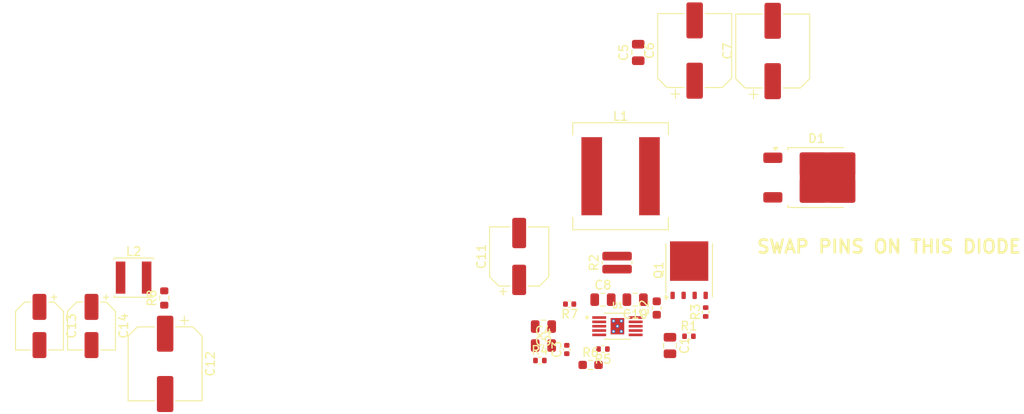
<source format=kicad_pcb>
(kicad_pcb (version 20240108) (generator "pcbnew") (generator_version "8.0")
  (layers (0 "F.Cu" signal) (31 "B.Cu" signal) (34 "B.Paste" user) (35 "F.Paste" user) (36 "B.SilkS" user "B.Silkscreen") (37 "F.SilkS" user "F.Silkscreen") (38 "B.Mask" user) (39 "F.Mask" user) (44 "Edge.Cuts" user))
  (net 0 "")
  (net 1 "Net-(U1-ISNS)")
  (net 2 "GND")
  (net 3 "Net-(U1-BP)")
  (net 4 "Net-(U1-FB)")
  (net 5 "Net-(U1-COMP)")
  (net 6 "Net-(C4-Pad1)")
  (net 7 "+24V")
  (net 8 "Net-(U1-SS)")
  (net 9 "Net-(U1-RC)")
  (net 10 "Net-(U1-VDD)")
  (net 11 "Net-(C12-Pad1)")
  (net 12 "+12V")
  (net 13 "Net-(D1-A)")
  (net 14 "Net-(Q1-S-Pad1)")
  (net 15 "Net-(Q1-G)")
  (net 16 "Net-(U1-GDRV)")
  (footprint "TPS40210:IC_XTR111AIDGQR" (layer "F.Cu") (at 225.5448 122.1328)
    (property "Reference" "U1" (at 0.032 -2.4064 0) (layer "F.SilkS") (effects (font (size 0.64 0.64))))
    (property "Value" "TPS40210DGQRG4")
    (fp_line (start -1.5 1.5) (end 1.5 1.5) (stroke (width 0.127)) (layer "F.SilkS"))
    (fp_line (start 1.5 -1.5) (end -1.5 -1.5) (stroke (width 0.127)) (layer "F.SilkS"))
    (fp_circle (center -3.5 -1) (end -3.4 -1) (stroke (width 0.2)) (fill none) (layer "F.SilkS"))
    (pad "1" smd rect (at -2.1 -1) (size 1.6 0.3) (layers "F.Cu") (net 9 "Net-(U1-RC)"))
    (pad "2" smd rect (at -2.1 -0.5) (size 1.6 0.3) (layers "F.Cu") (net 8 "Net-(U1-SS)"))
    (pad "3" smd rect (at -2.1 0) (size 1.6 0.3) (layers "F.Cu"))
    (pad "4" smd rect (at -2.1 0.5) (size 1.6 0.3) (layers "F.Cu") (net 5 "Net-(U1-COMP)"))
    (pad "5" smd rect (at -2.1 1) (size 1.6 0.3) (layers "F.Cu") (net 4 "Net-(U1-FB)"))
    (pad "6" smd rect (at 2.1 1) (size 1.6 0.3) (layers "F.Cu") (net 2 "GND"))
    (pad "7" smd rect (at 2.1 0.5) (size 1.6 0.3) (layers "F.Cu") (net 1 "Net-(U1-ISNS)"))
    (pad "8" smd rect (at 2.1 0) (size 1.6 0.3) (layers "F.Cu") (net 16 "Net-(U1-GDRV)"))
    (pad "9" smd rect (at 2.1 -0.5) (size 1.6 0.3) (layers "F.Cu") (net 3 "Net-(U1-BP)"))
    (pad "10" smd rect (at 2.1 -1) (size 1.6 0.3) (layers "F.Cu") (net 10 "Net-(U1-VDD)"))
    (pad "11" smd rect (at 0 0) (size 1.57 1.88) (layers "F.Cu" "F.Paste" "F.Mask") (net 2 "GND"))
    (pad "12" thru_hole circle (at -0.45 -0.6) (size 0.4 0.4) (drill 0.2) (layers "*.Cu"))
    (pad "13" thru_hole circle (at 0.45 -0.6) (size 0.4 0.4) (drill 0.2) (layers "*.Cu"))
    (pad "14" thru_hole circle (at 0 0) (size 0.4 0.4) (drill 0.2) (layers "*.Cu"))
    (pad "15" thru_hole circle (at -0.45 0.6) (size 0.4 0.4) (drill 0.2) (layers "*.Cu"))
    (pad "16" thru_hole circle (at 0.45 0.6) (size 0.4 0.4) (drill 0.2) (layers "*.Cu"))
  )
  (footprint "Resistor_SMD:R_0603_1608Metric_Pad0.98x0.95mm_HandSolder" (layer "F.Cu") (at 222.4532 126.5936)
    (property "Reference" "R6" (at 0 -1.43 360) (layer "F.SilkS"))
    (property "Value" "47kOhm")
    (fp_line (start -0.254724 -0.5225) (end 0.254724 -0.5225) (stroke (width 0.12)) (layer "F.SilkS"))
    (fp_line (start -0.254724 0.5225) (end 0.254724 0.5225) (stroke (width 0.12)) (layer "F.SilkS"))
    (pad "1" smd roundrect (at -0.9125 0) (size 0.975 0.95) (layers "F.Cu" "F.Paste" "F.Mask") (net 7 "+24V"))
    (pad "2" smd roundrect (at 0.9125 0) (size 0.975 0.95) (layers "F.Cu" "F.Paste" "F.Mask") (net 4 "Net-(U1-FB)"))
  )
  (footprint "Resistor_SMD:R_0402_1005Metric" (layer "F.Cu") (at 235.712 120.4996 90)
    (property "Reference" "R3" (at 0 -1.17 90) (layer "F.SilkS"))
    (property "Value" "14Ohm")
    (fp_line (start -0.153641 -0.38) (end 0.153641 -0.38) (stroke (width 0.12)) (layer "F.SilkS"))
    (fp_line (start -0.153641 0.38) (end 0.153641 0.38) (stroke (width 0.12)) (layer "F.SilkS"))
    (pad "1" smd roundrect (at -0.51 0 90) (size 0.54 0.64) (layers "F.Cu" "F.Paste" "F.Mask") (net 16 "Net-(U1-GDRV)"))
    (pad "2" smd roundrect (at 0.51 0 90) (size 0.54 0.64) (layers "F.Cu" "F.Paste" "F.Mask") (net 15 "Net-(Q1-G)"))
  )
  (footprint "Package_TO_SOT_SMD:TO-252-2" (layer "F.Cu") (at 248.49 105.0061)
    (property "Reference" "D1" (at 0 -4.5 0) (layer "F.SilkS"))
    (property "Value" "D_Schottky")
    (fp_line (start -3.31 -3.45) (end -3.31 -3.18) (stroke (width 0.12)) (layer "F.SilkS"))
    (fp_line (start -3.31 3.45) (end -3.31 3.18) (stroke (width 0.12)) (layer "F.SilkS"))
    (fp_line (start 3.11 -3.45) (end -3.31 -3.45) (stroke (width 0.12)) (layer "F.SilkS"))
    (fp_line (start 3.11 3.45) (end -3.31 3.45) (stroke (width 0.12)) (layer "F.SilkS"))
    (fp_poly (pts (xy -4.73 -3.14) (xy -4.97 -3.47) (xy -4.49 -3.47) (xy -4.73 -3.14)) (stroke (width 0.12)) (fill solid) (layer "F.SilkS"))
    (pad "1" smd roundrect (at -5.04 -2.28) (size 2.2 1.2) (layers "F.Cu" "F.Paste" "F.Mask") (roundrect_rratio 0.208333) (net 7 "+24V"))
    (pad "2" smd roundrect (at -0.415 -1.525) (size 3.05 2.75) (layers "F.Cu" "F.Paste") (roundrect_rratio 0.090909) (net 13 "Net-(D1-A)"))
    (pad "2" smd roundrect (at -0.415 1.525) (size 3.05 2.75) (layers "F.Cu" "F.Paste") (roundrect_rratio 0.090909) (net 13 "Net-(D1-A)"))
    (pad "2" smd roundrect (at 1.26 0) (size 6.4 5.8) (layers "F.Cu" "F.Mask") (roundrect_rratio 0.043103) (net 13 "Net-(D1-A)"))
    (pad "2" smd roundrect (at 2.935 -1.525) (size 3.05 2.75) (layers "F.Cu" "F.Paste") (roundrect_rratio 0.090909) (net 13 "Net-(D1-A)"))
    (pad "2" smd roundrect (at 2.935 1.525) (size 3.05 2.75) (layers "F.Cu" "F.Paste") (roundrect_rratio 0.090909) (net 13 "Net-(D1-A)"))
    (pad "3" smd roundrect (at -5.04 2.28) (size 2.2 1.2) (layers "F.Cu" "F.Paste" "F.Mask") (roundrect_rratio 0.208333))
  )
  (footprint "Inductor_SMD:L_Changjiang_FNR4012S" (layer "F.Cu") (at 169.7976 116.5352)
    (property "Reference" "L2" (at 0 -3 0) (layer "F.SilkS"))
    (property "Value" "120nH")
    (fp_line (start -2.26 -2.26) (end -2.26 -2.11) (stroke (width 0.12)) (layer "F.SilkS"))
    (fp_line (start -2.26 -2.26) (end 2.26 -2.26) (stroke (width 0.12)) (layer "F.SilkS"))
    (fp_line (start -2.26 2.26) (end -2.26 2.11) (stroke (width 0.12)) (layer "F.SilkS"))
    (fp_line (start -2.26 2.26) (end 2.26 2.26) (stroke (width 0.12)) (layer "F.SilkS"))
    (fp_line (start 2.26 -2.26) (end 2.26 -2.11) (stroke (width 0.12)) (layer "F.SilkS"))
    (fp_line (start 2.26 2.26) (end 2.26 2.11) (stroke (width 0.12)) (layer "F.SilkS"))
    (pad "1" smd rect (at -1.5 0) (size 1.1 3.7) (layers "F.Cu" "F.Paste" "F.Mask") (net 12 "+12V"))
    (pad "2" smd rect (at 1.5 0) (size 1.1 3.7) (layers "F.Cu" "F.Paste" "F.Mask") (net 10 "Net-(U1-VDD)"))
  )
  (footprint "Capacitor_SMD:C_0402_1005Metric" (layer "F.Cu") (at 220.0376 119.5832 180)
    (property "Reference" "R7" (at 0 -1.16 360) (layer "F.SilkS"))
    (property "Value" "357kOhm")
    (fp_line (start -0.107836 0.36) (end 0.107836 0.36) (stroke (width 0.12)) (layer "F.SilkS"))
    (fp_line (start -0.107836 -0.36) (end 0.107836 -0.36) (stroke (width 0.12)) (layer "F.SilkS"))
    (pad "1" smd roundrect (at -0.48 0 180) (size 0.56 0.62) (layers "F.Cu" "F.Paste" "F.Mask") (net 9 "Net-(U1-RC)"))
    (pad "2" smd roundrect (at 0.48 0 180) (size 0.56 0.62) (layers "F.Cu" "F.Paste" "F.Mask") (net 10 "Net-(U1-VDD)"))
  )
  (footprint "Resistor_SMD:R_0402_1005Metric" (layer "F.Cu") (at 223.8756 124.7648 180)
    (property "Reference" "R5" (at 0 -1.17 360) (layer "F.SilkS"))
    (property "Value" "511Ohm")
    (fp_line (start -0.153641 0.38) (end 0.153641 0.38) (stroke (width 0.12)) (layer "F.SilkS"))
    (fp_line (start -0.153641 -0.38) (end 0.153641 -0.38) (stroke (width 0.12)) (layer "F.SilkS"))
    (pad "1" smd roundrect (at -0.51 0 180) (size 0.54 0.64) (layers "F.Cu" "F.Paste" "F.Mask") (net 2 "GND"))
    (pad "2" smd roundrect (at 0.51 0 180) (size 0.54 0.64) (layers "F.Cu" "F.Paste" "F.Mask") (net 4 "Net-(U1-FB)"))
  )
  (footprint "Capacitor_SMD:C_0805_2012Metric" (layer "F.Cu") (at 217.0176 122.174 180)
    (property "Reference" "C9" (at 0 -1.68 360) (layer "F.SilkS"))
    (property "Value" "22nF")
    (fp_line (start -0.261252 0.735) (end 0.261252 0.735) (stroke (width 0.12)) (layer "F.SilkS"))
    (fp_line (start -0.261252 -0.735) (end 0.261252 -0.735) (stroke (width 0.12)) (layer "F.SilkS"))
    (pad "1" smd roundrect (at -0.95 0 180) (size 1 1.45) (layers "F.Cu" "F.Paste" "F.Mask") (net 9 "Net-(U1-RC)"))
    (pad "2" smd roundrect (at 0.95 0 180) (size 1 1.45) (layers "F.Cu" "F.Paste" "F.Mask") (net 2 "GND"))
  )
  (footprint "Inductor_SMD:L_Coilcraft_XAL1010-XXX" (layer "F.Cu") (at 225.9076 104.8512)
    (property "Reference" "L1" (at 0 -6.9 360) (layer "F.SilkS"))
    (property "Value" "6.8uH")
    (fp_line (start -5.51 -6.16) (end -5.51 -4.76) (stroke (width 0.12)) (layer "F.SilkS"))
    (fp_line (start -5.51 -6.16) (end 5.51 -6.16) (stroke (width 0.12)) (layer "F.SilkS"))
    (fp_line (start -5.51 6.16) (end -5.51 4.76) (stroke (width 0.12)) (layer "F.SilkS"))
    (fp_line (start -5.51 6.16) (end 5.51 6.16) (stroke (width 0.12)) (layer "F.SilkS"))
    (fp_line (start 5.51 -6.16) (end 5.51 -4.76) (stroke (width 0.12)) (layer "F.SilkS"))
    (fp_line (start 5.51 6.16) (end 5.51 4.76) (stroke (width 0.12)) (layer "F.SilkS"))
    (pad "1" smd rect (at -3.325 0) (size 2.38 9) (layers "F.Cu" "F.Paste" "F.Mask") (net 10 "Net-(U1-VDD)"))
    (pad "2" smd rect (at 3.325 0) (size 2.38 9) (layers "F.Cu" "F.Paste" "F.Mask") (net 13 "Net-(D1-A)"))
  )
  (footprint "Resistor_SMD:R_0402_1005Metric" (layer "F.Cu") (at 233.7836 123.2916)
    (property "Reference" "R1" (at 0 -1.17 360) (layer "F.SilkS"))
    (property "Value" "1kOhm")
    (fp_line (start -0.153641 -0.38) (end 0.153641 -0.38) (stroke (width 0.12)) (layer "F.SilkS"))
    (fp_line (start -0.153641 0.38) (end 0.153641 0.38) (stroke (width 0.12)) (layer "F.SilkS"))
    (pad "1" smd roundrect (at -0.51 0) (size 0.54 0.64) (layers "F.Cu" "F.Paste" "F.Mask") (net 1 "Net-(U1-ISNS)"))
    (pad "2" smd roundrect (at 0.51 0) (size 0.54 0.64) (layers "F.Cu" "F.Paste" "F.Mask") (net 14 "Net-(Q1-S-Pad1)"))
  )
  (footprint "Capacitor_SMD:CP_Elec_5x5.9" (layer "F.Cu") (at 158.9532 122.1076 -90)
    (property "Reference" "C13" (at 0 -3.7 90) (layer "F.SilkS"))
    (property "Value" "56uF")
    (fp_line (start -1.695563 2.76) (end 2.76 2.76) (stroke (width 0.12)) (layer "F.SilkS"))
    (fp_line (start 2.76 2.76) (end 2.76 1.06) (stroke (width 0.12)) (layer "F.SilkS"))
    (fp_line (start -2.76 1.695563) (end -1.695563 2.76) (stroke (width 0.12)) (layer "F.SilkS"))
    (fp_line (start -2.76 1.695563) (end -2.76 1.06) (stroke (width 0.12)) (layer "F.SilkS"))
    (fp_line (start -3.625 -1.685) (end -3 -1.685) (stroke (width 0.12)) (layer "F.SilkS"))
    (fp_line (start -2.76 -1.695563) (end -2.76 -1.06) (stroke (width 0.12)) (layer "F.SilkS"))
    (fp_line (start -2.76 -1.695563) (end -1.695563 -2.76) (stroke (width 0.12)) (layer "F.SilkS"))
    (fp_line (start -3.3125 -1.9975) (end -3.3125 -1.3725) (stroke (width 0.12)) (layer "F.SilkS"))
    (fp_line (start -1.695563 -2.76) (end 2.76 -2.76) (stroke (width 0.12)) (layer "F.SilkS"))
    (fp_line (start 2.76 -2.76) (end 2.76 -1.06) (stroke (width 0.12)) (layer "F.SilkS"))
    (pad "1" smd roundrect (at -2.2 0 270) (size 3 1.6) (layers "F.Cu" "F.Paste" "F.Mask") (roundrect_rratio 0.15625) (net 12 "+12V"))
    (pad "2" smd roundrect (at 2.2 0 270) (size 3 1.6) (layers "F.Cu" "F.Paste" "F.Mask") (roundrect_rratio 0.15625) (net 2 "GND"))
  )
  (footprint "Capacitor_SMD:C_0805_2012Metric" (layer "F.Cu") (at 227.9396 90.5914 90)
    (property "Reference" "C5" (at 0 -1.68 90) (layer "F.SilkS"))
    (property "Value" "4.7uF")
    (fp_line (start -0.261252 -0.735) (end 0.261252 -0.735) (stroke (width 0.12)) (layer "F.SilkS"))
    (fp_line (start -0.261252 0.735) (end 0.261252 0.735) (stroke (width 0.12)) (layer "F.SilkS"))
    (pad "1" smd roundrect (at -0.95 0 90) (size 1 1.45) (layers "F.Cu" "F.Paste" "F.Mask") (net 7 "+24V"))
    (pad "2" smd roundrect (at 0.95 0 90) (size 1 1.45) (layers "F.Cu" "F.Paste" "F.Mask") (net 2 "GND"))
  )
  (footprint "Resistor_SMD:R_0603_1608Metric" (layer "F.Cu") (at 173.3296 118.8842 90)
    (property "Reference" "R8" (at 0 -1.43 90) (layer "F.SilkS"))
    (property "Value" "270mOhm")
    (fp_line (start -0.237258 -0.5225) (end 0.237258 -0.5225) (stroke (width 0.12)) (layer "F.SilkS"))
    (fp_line (start -0.237258 0.5225) (end 0.237258 0.5225) (stroke (width 0.12)) (layer "F.SilkS"))
    (pad "1" smd roundrect (at -0.825 0 90) (size 0.8 0.95) (layers "F.Cu" "F.Paste" "F.Mask") (net 11 "Net-(C12-Pad1)"))
    (pad "2" smd roundrect (at 0.825 0 90) (size 0.8 0.95) (layers "F.Cu" "F.Paste" "F.Mask") (net 10 "Net-(U1-VDD)"))
  )
  (footprint "Resistor_SMD:R_0612_1632Metric" (layer "F.Cu") (at 225.5012 114.808 90)
    (property "Reference" "R2" (at 0 -2.65 90) (layer "F.SilkS"))
    (property "Value" "6mOhm")
    (fp_line (start -0.182983 -1.71) (end 0.182983 -1.71) (stroke (width 0.12)) (layer "F.SilkS"))
    (fp_line (start -0.182983 1.71) (end 0.182983 1.71) (stroke (width 0.12)) (layer "F.SilkS"))
    (pad "1" smd roundrect (at -0.75 0 90) (size 1 3.4) (layers "F.Cu" "F.Paste" "F.Mask") (net 2 "GND"))
    (pad "2" smd roundrect (at 0.75 0 90) (size 1 3.4) (layers "F.Cu" "F.Paste" "F.Mask") (net 14 "Net-(Q1-S-Pad1)"))
  )
  (footprint "Capacitor_SMD:CP_Elec_8x6.9" (layer "F.Cu") (at 173.4312 126.4714 -90)
    (property "Reference" "C12" (at 0 -5.2 90) (layer "F.SilkS"))
    (property "Value" "180uF")
    (fp_line (start -3.195563 4.26) (end 4.26 4.26) (stroke (width 0.12)) (layer "F.SilkS"))
    (fp_line (start 4.26 4.26) (end 4.26 1.21) (stroke (width 0.12)) (layer "F.SilkS"))
    (fp_line (start -4.26 3.195563) (end -3.195563 4.26) (stroke (width 0.12)) (layer "F.SilkS"))
    (fp_line (start -4.26 3.195563) (end -4.26 1.21) (stroke (width 0.12)) (layer "F.SilkS"))
    (fp_line (start -5.5 -2.21) (end -4.5 -2.21) (stroke (width 0.12)) (layer "F.SilkS"))
    (fp_line (start -5 -2.71) (end -5 -1.71) (stroke (width 0.12)) (layer "F.SilkS"))
    (fp_line (start -4.26 -3.195563) (end -4.26 -1.21) (stroke (width 0.12)) (layer "F.SilkS"))
    (fp_line (start -4.26 -3.195563) (end -3.195563 -4.26) (stroke (width 0.12)) (layer "F.SilkS"))
    (fp_line (start -3.195563 -4.26) (end 4.26 -4.26) (stroke (width 0.12)) (layer "F.SilkS"))
    (fp_line (start 4.26 -4.26) (end 4.26 -1.21) (stroke (width 0.12)) (layer "F.SilkS"))
    (pad "1" smd roundrect (at -3.475 0 270) (size 4.15 1.9) (layers "F.Cu" "F.Paste" "F.Mask") (roundrect_rratio 0.131579) (net 11 "Net-(C12-Pad1)"))
    (pad "2" smd roundrect (at 3.475 0 270) (size 4.15 1.9) (layers "F.Cu" "F.Paste" "F.Mask") (roundrect_rratio 0.131579) (net 2 "GND"))
  )
  (footprint "Capacitor_SMD:CP_Elec_8x11.9" (layer "F.Cu") (at 234.442 90.3732 90)
    (property "Reference" "C6" (at 0 -5.2 90) (layer "F.SilkS"))
    (property "Value" "82uF")
    (fp_line (start 4.26 -4.26) (end 4.26 -1.21) (stroke (width 0.12)) (layer "F.SilkS"))
    (fp_line (start -3.195563 -4.26) (end 4.26 -4.26) (stroke (width 0.12)) (layer "F.SilkS"))
    (fp_line (start -4.26 -3.195563) (end -3.195563 -4.26) (stroke (width 0.12)) (layer "F.SilkS"))
    (fp_line (start -4.26 -3.195563) (end -4.26 -1.21) (stroke (width 0.12)) (layer "F.SilkS"))
    (fp_line (start -5 -2.71) (end -5 -1.71) (stroke (width 0.12)) (layer "F.SilkS"))
    (fp_line (start -5.5 -2.21) (end -4.5 -2.21) (stroke (width 0.12)) (layer "F.SilkS"))
    (fp_line (start -4.26 3.195563) (end -4.26 1.21) (stroke (width 0.12)) (layer "F.SilkS"))
    (fp_line (start -4.26 3.195563) (end -3.195563 4.26) (stroke (width 0.12)) (layer "F.SilkS"))
    (fp_line (start 4.26 4.26) (end 4.26 1.21) (stroke (width 0.12)) (layer "F.SilkS"))
    (fp_line (start -3.195563 4.26) (end 4.26 4.26) (stroke (width 0.12)) (layer "F.SilkS"))
    (pad "1" smd roundrect (at -3.475 0 90) (size 4.15 1.9) (layers "F.Cu" "F.Paste" "F.Mask") (roundrect_rratio 0.131579) (net 7 "+24V"))
    (pad "2" smd roundrect (at 3.475 0 90) (size 4.15 1.9) (layers "F.Cu" "F.Paste" "F.Mask") (roundrect_rratio 0.131579) (net 2 "GND"))
  )
  (footprint "Capacitor_SMD:CP_Elec_5x5.9" (layer "F.Cu") (at 164.9476 122.1076 -90)
    (property "Reference" "C14" (at 0 -3.7 90) (layer "F.SilkS"))
    (property "Value" "56uF")
    (fp_line (start -1.695563 2.76) (end 2.76 2.76) (stroke (width 0.12)) (layer "F.SilkS"))
    (fp_line (start 2.76 2.76) (end 2.76 1.06) (stroke (width 0.12)) (layer "F.SilkS"))
    (fp_line (start -2.76 1.695563) (end -1.695563 2.76) (stroke (width 0.12)) (layer "F.SilkS"))
    (fp_line (start -2.76 1.695563) (end -2.76 1.06) (stroke (width 0.12)) (layer "F.SilkS"))
    (fp_line (start -3.625 -1.685) (end -3 -1.685) (stroke (width 0.12)) (layer "F.SilkS"))
    (fp_line (start -2.76 -1.695563) (end -2.76 -1.06) (stroke (width 0.12)) (layer "F.SilkS"))
    (fp_line (start -2.76 -1.695563) (end -1.695563 -2.76) (stroke (width 0.12)) (layer "F.SilkS"))
    (fp_line (start -3.3125 -1.9975) (end -3.3125 -1.3725) (stroke (width 0.12)) (layer "F.SilkS"))
    (fp_line (start -1.695563 -2.76) (end 2.76 -2.76) (stroke (width 0.12)) (layer "F.SilkS"))
    (fp_line (start 2.76 -2.76) (end 2.76 -1.06) (stroke (width 0.12)) (layer "F.SilkS"))
    (pad "1" smd roundrect (at -2.2 0 270) (size 3 1.6) (layers "F.Cu" "F.Paste" "F.Mask") (roundrect_rratio 0.15625) (net 12 "+12V"))
    (pad "2" smd roundrect (at 2.2 0 270) (size 3 1.6) (layers "F.Cu" "F.Paste" "F.Mask") (roundrect_rratio 0.15625) (net 2 "GND"))
  )
  (footprint "Capacitor_SMD:C_0805_2012Metric" (layer "F.Cu") (at 217.0176 124.3584)
    (property "Reference" "C4" (at 0 -1.68 0) (layer "F.SilkS"))
    (property "Value" "5.6nF")
    (fp_line (start -0.261252 -0.735) (end 0.261252 -0.735) (stroke (width 0.12)) (layer "F.SilkS"))
    (fp_line (start -0.261252 0.735) (end 0.261252 0.735) (stroke (width 0.12)) (layer "F.SilkS"))
    (pad "1" smd roundrect (at -0.95 0) (size 1 1.45) (layers "F.Cu" "F.Paste" "F.Mask") (net 6 "Net-(C4-Pad1)"))
    (pad "2" smd roundrect (at 0.95 0) (size 1 1.45) (layers "F.Cu" "F.Paste" "F.Mask") (net 5 "Net-(U1-COMP)"))
  )
  (footprint "Capacitor_SMD:CP_Elec_6.3x5.8" (layer "F.Cu") (at 214.2236 114.0968 90)
    (property "Reference" "C11" (at 0 -4.35 90) (layer "F.SilkS"))
    (property "Value" "56uF")
    (fp_line (start 3.41 -3.41) (end 3.41 -1.06) (stroke (width 0.12)) (layer "F.SilkS"))
    (fp_line (start -2.345563 -3.41) (end 3.41 -3.41) (stroke (width 0.12)) (layer "F.SilkS"))
    (fp_line (start -3.41 -2.345563) (end -2.345563 -3.41) (stroke (width 0.12)) (layer "F.SilkS"))
    (fp_line (start -3.41 -2.345563) (end -3.41 -1.06) (stroke (width 0.12)) (layer "F.SilkS"))
    (fp_line (start -4.04375 -2.24125) (end -4.04375 -1.45375) (stroke (width 0.12)) (layer "F.SilkS"))
    (fp_line (start -4.4375 -1.8475) (end -3.65 -1.8475) (stroke (width 0.12)) (layer "F.SilkS"))
    (fp_line (start -3.41 2.345563) (end -3.41 1.06) (stroke (width 0.12)) (layer "F.SilkS"))
    (fp_line (start -3.41 2.345563) (end -2.345563 3.41) (stroke (width 0.12)) (layer "F.SilkS"))
    (fp_line (start 3.41 3.41) (end 3.41 1.06) (stroke (width 0.12)) (layer "F.SilkS"))
    (fp_line (start -2.345563 3.41) (end 3.41 3.41) (stroke (width 0.12)) (layer "F.SilkS"))
    (pad "1" smd roundrect (at -2.7 0 90) (size 3.5 1.6) (layers "F.Cu" "F.Paste" "F.Mask") (roundrect_rratio 0.15625) (net 10 "Net-(U1-VDD)"))
    (pad "2" smd roundrect (at 2.7 0 90) (size 3.5 1.6) (layers "F.Cu" "F.Paste" "F.Mask") (roundrect_rratio 0.15625) (net 2 "GND"))
  )
  (footprint "Capacitor_SMD:C_0805_2012Metric" (layer "F.Cu") (at 223.8756 119.0752)
    (property "Reference" "C8" (at 0 -1.68 0) (layer "F.SilkS"))
    (property "Value" "100pF")
    (fp_line (start -0.261252 -0.735) (end 0.261252 -0.735) (stroke (width 0.12)) (layer "F.SilkS"))
    (fp_line (start -0.261252 0.735) (end 0.261252 0.735) (stroke (width 0.12)) (layer "F.SilkS"))
    (pad "1" smd roundrect (at -0.95 0) (size 1 1.45) (layers "F.Cu" "F.Paste" "F.Mask") (net 8 "Net-(U1-SS)"))
    (pad "2" smd roundrect (at 0.95 0) (size 1 1.45) (layers "F.Cu" "F.Paste" "F.Mask") (net 2 "GND"))
  )
  (footprint "Capacitor_SMD:C_0805_2012Metric" (layer "F.Cu") (at 231.5972 124.3584 -90)
    (property "Reference" "C1" (at 0 -1.68 90) (layer "F.SilkS"))
    (property "Value" "180pF")
    (fp_line (start -0.261252 0.735) (end 0.261252 0.735) (stroke (width 0.12)) (layer "F.SilkS"))
    (fp_line (start -0.261252 -0.735) (end 0.261252 -0.735) (stroke (width 0.12)) (layer "F.SilkS"))
    (pad "1" smd roundrect (at -0.95 0 270) (size 1 1.45) (layers "F.Cu" "F.Paste" "F.Mask") (net 1 "Net-(U1-ISNS)"))
    (pad "2" smd roundrect (at 0.95 0 270) (size 1 1.45) (layers "F.Cu" "F.Paste" "F.Mask") (net 2 "GND"))
  )
  (footprint "Package_TO_SOT_SMD:TDSON-8-1" (layer "F.Cu") (at 233.807 115.681 90)
    (property "Reference" "Q1" (at 0 -3.5 90) (layer "F.SilkS"))
    (property "Value" "CSD17309Q3")
    (fp_line (start 3.06 -2.685) (end -2.62 -2.685) (stroke (width 0.12)) (layer "F.SilkS"))
    (fp_line (start 3.06 2.685) (end -3.06 2.685) (stroke (width 0.12)) (layer "F.SilkS"))
    (fp_poly (pts (xy -3.131622 -2.42027) (xy -3.371622 -2.75027) (xy -2.891622 -2.75027) (xy -3.131622 -2.42027)) (stroke (width 0.12)) (fill solid) (layer "F.SilkS"))
    (pad "1" smd roundrect (at -2.9 -1.905 90) (size 0.85 0.5) (layers "F.Cu" "F.Paste" "F.Mask") (net 14 "Net-(Q1-S-Pad1)"))
    (pad "2" smd roundrect (at -2.9 -0.635 90) (size 0.85 0.5) (layers "F.Cu" "F.Paste" "F.Mask") (net 14 "Net-(Q1-S-Pad1)"))
    (pad "3" smd roundrect (at -2.9 0.635 90) (size 0.85 0.5) (layers "F.Cu" "F.Paste" "F.Mask") (net 14 "Net-(Q1-S-Pad1)"))
    (pad "4" smd roundrect (at -2.9 1.905 90) (size 0.85 0.5) (layers "F.Cu" "F.Paste" "F.Mask") (net 15 "Net-(Q1-G)"))
    (pad "5" smd rect (at 1.05 0 90) (size 4.55 4.41) (layers "F.Cu") (net 13 "Net-(D1-A)"))
  )
  (footprint "Capacitor_SMD:C_0603_1608Metric" (layer "F.Cu") (at 230.0732 120.0404 90)
    (property "Reference" "C2" (at 0 -1.43 90) (layer "F.SilkS"))
    (property "Value" "1uF")
    (fp_line (start -0.14058 -0.51) (end 0.14058 -0.51) (stroke (width 0.12)) (layer "F.SilkS"))
    (fp_line (start -0.14058 0.51) (end 0.14058 0.51) (stroke (width 0.12)) (layer "F.SilkS"))
    (pad "1" smd roundrect (at -0.775 0 90) (size 0.9 0.95) (layers "F.Cu" "F.Paste" "F.Mask") (net 3 "Net-(U1-BP)"))
    (pad "2" smd roundrect (at 0.775 0 90) (size 0.9 0.95) (layers "F.Cu" "F.Paste" "F.Mask") (net 2 "GND"))
  )
  (footprint "Capacitor_SMD:CP_Elec_8x11.9" (layer "F.Cu") (at 243.4336 90.424 90)
    (property "Reference" "C7" (at 0 -5.2 90) (layer "F.SilkS"))
    (property "Value" "82uF")
    (fp_line (start 4.26 -4.26) (end 4.26 -1.21) (stroke (width 0.12)) (layer "F.SilkS"))
    (fp_line (start -3.195563 -4.26) (end 4.26 -4.26) (stroke (width 0.12)) (layer "F.SilkS"))
    (fp_line (start -4.26 -3.195563) (end -3.195563 -4.26) (stroke (width 0.12)) (layer "F.SilkS"))
    (fp_line (start -4.26 -3.195563) (end -4.26 -1.21) (stroke (width 0.12)) (layer "F.SilkS"))
    (fp_line (start -5 -2.71) (end -5 -1.71) (stroke (width 0.12)) (layer "F.SilkS"))
    (fp_line (start -5.5 -2.21) (end -4.5 -2.21) (stroke (width 0.12)) (layer "F.SilkS"))
    (fp_line (start -4.26 3.195563) (end -4.26 1.21) (stroke (width 0.12)) (layer "F.SilkS"))
    (fp_line (start -4.26 3.195563) (end -3.195563 4.26) (stroke (width 0.12)) (layer "F.SilkS"))
    (fp_line (start 4.26 4.26) (end 4.26 1.21) (stroke (width 0.12)) (layer "F.SilkS"))
    (fp_line (start -3.195563 4.26) (end 4.26 4.26) (stroke (width 0.12)) (layer "F.SilkS"))
    (pad "1" smd roundrect (at -3.475 0 90) (size 4.15 1.9) (layers "F.Cu" "F.Paste" "F.Mask") (roundrect_rratio 0.131579) (net 7 "+24V"))
    (pad "2" smd roundrect (at 3.475 0 90) (size 4.15 1.9) (layers "F.Cu" "F.Paste" "F.Mask") (roundrect_rratio 0.131579) (net 2 "GND"))
  )
  (footprint "Capacitor_SMD:C_0402_1005Metric" (layer "F.Cu") (at 219.71 124.8156 90)
    (property "Reference" "C3" (at 0 -1.16 90) (layer "F.SilkS"))
    (property "Value" "150pF")
    (fp_line (start -0.107836 -0.36) (end 0.107836 -0.36) (stroke (width 0.12)) (layer "F.SilkS"))
    (fp_line (start -0.107836 0.36) (end 0.107836 0.36) (stroke (width 0.12)) (layer "F.SilkS"))
    (pad "1" smd roundrect (at -0.48 0 90) (size 0.56 0.62) (layers "F.Cu" "F.Paste" "F.Mask") (net 4 "Net-(U1-FB)"))
    (pad "2" smd roundrect (at 0.48 0 90) (size 0.56 0.62) (layers "F.Cu" "F.Paste" "F.Mask") (net 5 "Net-(U1-COMP)"))
  )
  (footprint "Resistor_SMD:R_0402_1005Metric" (layer "F.Cu") (at 216.6112 126.0856)
    (property "Reference" "R4" (at 0 -1.17 0) (layer "F.SilkS"))
    (property "Value" "26.7kOhm")
    (fp_line (start -0.153641 -0.38) (end 0.153641 -0.38) (stroke (width 0.12)) (layer "F.SilkS"))
    (fp_line (start -0.153641 0.38) (end 0.153641 0.38) (stroke (width 0.12)) (layer "F.SilkS"))
    (pad "1" smd roundrect (at -0.51 0) (size 0.54 0.64) (layers "F.Cu" "F.Paste" "F.Mask") (net 6 "Net-(C4-Pad1)"))
    (pad "2" smd roundrect (at 0.51 0) (size 0.54 0.64) (layers "F.Cu" "F.Paste" "F.Mask") (net 4 "Net-(U1-FB)"))
  )
  (footprint "Capacitor_SMD:C_0805_2012Metric" (layer "F.Cu") (at 227.584 119.0752 180)
    (property "Reference" "C10" (at 0 -1.68 360) (layer "F.SilkS"))
    (property "Value" "470nF")
    (fp_line (start -0.261252 0.735) (end 0.261252 0.735) (stroke (width 0.12)) (layer "F.SilkS"))
    (fp_line (start -0.261252 -0.735) (end 0.261252 -0.735) (stroke (width 0.12)) (layer "F.SilkS"))
    (pad "1" smd roundrect (at -0.95 0 180) (size 1 1.45) (layers "F.Cu" "F.Paste" "F.Mask") (net 10 "Net-(U1-VDD)"))
    (pad "2" smd roundrect (at 0.95 0 180) (size 1 1.45) (layers "F.Cu" "F.Paste" "F.Mask") (net 2 "GND"))
  )
  (gr_text "SWAP PINS ON THIS DIODE" (at 241.4524 113.8428 0) (layer "F.SilkS") (effects (font (size 1.5 1.5) (thickness 0.3) (bold yes)) (justify left bottom)))
)
</source>
